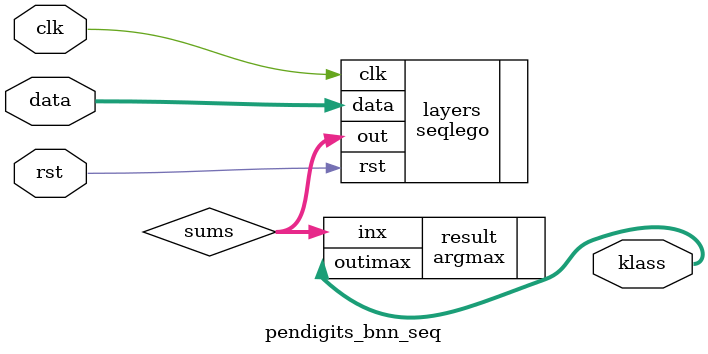
<source format=v>













module pendigits_bnn_seq #(

parameter N = 16,
parameter M = 40,
parameter B = 4,
parameter C = 10,
parameter Ts = 5


  ) (
  input clk,
  input rst,
  input [N*B-1:0] data,
  output [$clog2(C)-1:0] klass
  );

  localparam Weights0 = 640'b0001000011111110110111111111000000010111110001101101011010000000001100111000010100010010101011010001010101000100000101000101101111100011110100100110101011001010011010110011010011110001111010111111001000111101100011110001000111010100011100011011110000011001011010010000101111111011001110000000100100101101110001001111101011101011010000010010111010011111011011001001110001111001101111011110010101010011010100110100010000001110111110000000101011001100001110001010110010110110010100010011000000001010011110110101100000110111100000100001111000100111100100101100111001101100001100011110110000100110111100010000001000101110001101111001101010011110 ;
  localparam Weights1 = 400'b1000001001011000001111101001101100001110001111001010000101111101010001111111000101111100001100010101000001100011101000110111111101010100011110011110101101101010110100000100000110101110001101100001000100001011111111100000010110110100110100100001000011110110000000101111000000001110011011100010000111100001101000101011101000000000000011110011011101011110110111100000110001101000011011011111010000010000 ;

  localparam SumL = $clog2(M+1);
  wire [SumL*C-1:0] sums;

  seqlego #(.N(N),.B(B),.M(M),.C(C),.Weights0(Weights0),.Weights1(Weights1)) layers (
    .clk(clk),
    .rst(rst),
    .data(data),
    .out(sums)
  );

  argmax #(.N(C),.I($clog2(C)),.K(SumL)) result (
     .inx(sums),
     .outimax(klass)
  );

endmodule

</source>
